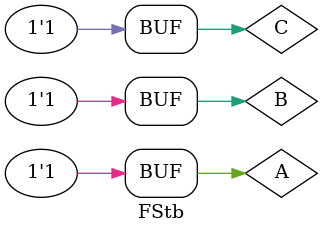
<source format=v>
`include "FS.v"
module FStb();
reg A,B,C;
FS i(diff,borrow,A,B,C);
initial begin
	A=0;B=0;C=0;
#1 	A=0;B=0;C=1;
#1 	A=0;B=1;C=0;
#1 	A=0;B=1;C=1;
#1 	A=1;B=0;C=0;
#1 	A=1;B=0;C=1;
#1 	A=1;B=1;C=0;
#1 	A=1;B=1;C=1;
end

initial begin
	$monitor("A=%d B=%d C=%d Diff=%d Borrow=%d",A,B,C,diff,borrow);
end
endmodule


</source>
